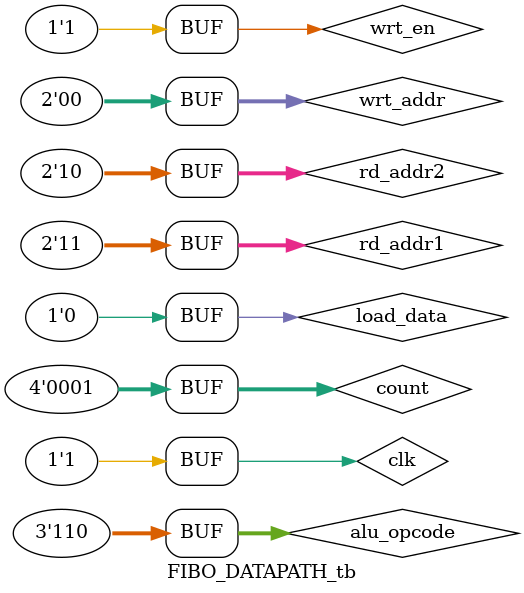
<source format=v>
module FIBO_DATAPATH_tb();
parameter   size=4;
reg         wrt_en,clk,load_data;
reg         [1:0]wrt_addr,rd_addr1,rd_addr2;
reg         [2:0]alu_opcode;
reg         [size-1:0]count;
wire        zero_flag;
wire        [size-1:0]data;

FIBO_DATAPATH DUT(wrt_addr,wrt_en,clk,load_data,rd_addr1,rd_addr2,alu_opcode,count,zero_flag,data);
  always begin
  clk=0; #50; 
  clk=1; #50; 
  end

initial
 begin
	wrt_addr=2'b00; wrt_en=1; load_data=1; rd_addr1=2'b00; rd_addr2=2'b00; alu_opcode=3'b001; count=4'b0001; #100;
  wrt_addr=2'b01; wrt_en=1; load_data=1; rd_addr1=2'b00; rd_addr2=2'b00; alu_opcode=3'b001; count=4'b0001; #100;
  wrt_addr=2'b10; wrt_en=1; load_data=1; rd_addr1=2'b00; rd_addr2=2'b00; alu_opcode=3'b001; count=4'b0001; #100;
  wrt_addr=2'b11; wrt_en=1; load_data=1; rd_addr1=2'b00; rd_addr2=2'b00; alu_opcode=3'b001; count=4'b0001; #100;
  wrt_addr=2'b01; wrt_en=1; load_data=0; rd_addr1=2'b00; rd_addr2=2'b11; alu_opcode=3'b110; count=4'b0001; #100;
  wrt_addr=2'b10; wrt_en=1; load_data=0; rd_addr1=2'b01; rd_addr2=2'b00; alu_opcode=3'b110; count=4'b0001; #100;
  wrt_addr=2'b11; wrt_en=1; load_data=0; rd_addr1=2'b10; rd_addr2=2'b01; alu_opcode=3'b110; count=4'b0001; #100;
  wrt_addr=2'b00; wrt_en=1; load_data=0; rd_addr1=2'b11; rd_addr2=2'b10; alu_opcode=3'b110; count=4'b0001; #100;
  wrt_addr=2'b01; wrt_en=1; load_data=0; rd_addr1=2'b00; rd_addr2=2'b11; alu_opcode=3'b110; count=4'b0001; #100;
  wrt_addr=2'b10; wrt_en=1; load_data=0; rd_addr1=2'b01; rd_addr2=2'b00; alu_opcode=3'b110; count=4'b0001; #100;
  wrt_addr=2'b11; wrt_en=1; load_data=0; rd_addr1=2'b10; rd_addr2=2'b01; alu_opcode=3'b110; count=4'b0001; #100;
  wrt_addr=2'b00; wrt_en=1; load_data=0; rd_addr1=2'b11; rd_addr2=2'b10; alu_opcode=3'b110; count=4'b0001; #100;
  wrt_addr=2'b01; wrt_en=1; load_data=0; rd_addr1=2'b00; rd_addr2=2'b11; alu_opcode=3'b110; count=4'b0001; #100;
  wrt_addr=2'b10; wrt_en=1; load_data=0; rd_addr1=2'b01; rd_addr2=2'b00; alu_opcode=3'b110; count=4'b0001; #100;
  wrt_addr=2'b11; wrt_en=1; load_data=0; rd_addr1=2'b10; rd_addr2=2'b01; alu_opcode=3'b110; count=4'b0001; #100;
  wrt_addr=2'b00; wrt_en=1; load_data=0; rd_addr1=2'b11; rd_addr2=2'b10; alu_opcode=3'b110; count=4'b0001; #100;
end
endmodule

</source>
